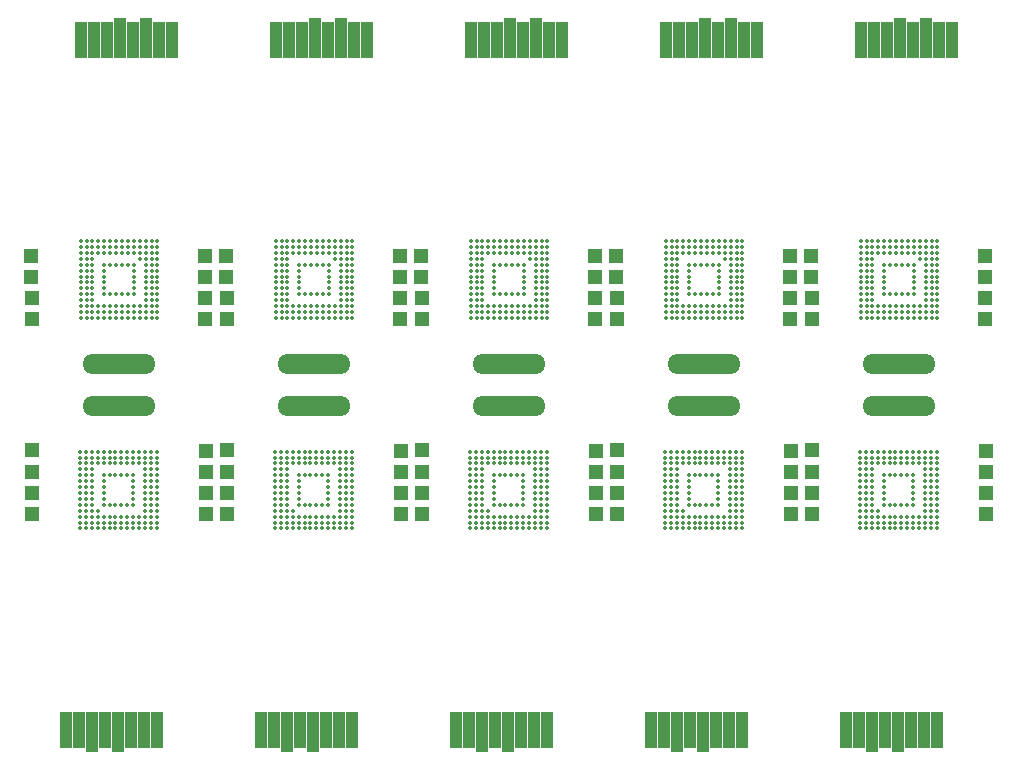
<source format=gts>
G04 Layer_Color=8388736*
%FSLAX44Y44*%
%MOMM*%
G71*
G01*
G75*
%ADD26R,1.2032X1.2032*%
%ADD27R,1.0032X3.1032*%
%ADD28R,1.0032X3.4032*%
%ADD29C,0.3520*%
%ADD30O,6.2032X1.7032*%
D26*
X203972Y425680D02*
D03*
Y443650D02*
D03*
X56522Y461450D02*
D03*
Y479420D02*
D03*
X56702Y443810D02*
D03*
Y425840D02*
D03*
X203972Y479400D02*
D03*
Y461430D02*
D03*
X369072Y425680D02*
D03*
Y443650D02*
D03*
X221622Y461450D02*
D03*
Y479420D02*
D03*
X221802Y443810D02*
D03*
Y425840D02*
D03*
X369072Y479400D02*
D03*
Y461430D02*
D03*
X534172Y425680D02*
D03*
Y443650D02*
D03*
X386722Y461450D02*
D03*
Y479420D02*
D03*
X386902Y443810D02*
D03*
Y425840D02*
D03*
X534172Y479400D02*
D03*
Y461430D02*
D03*
X699272Y425680D02*
D03*
Y443650D02*
D03*
X551822Y461450D02*
D03*
Y479420D02*
D03*
X552002Y443810D02*
D03*
Y425840D02*
D03*
X699272Y479400D02*
D03*
Y461430D02*
D03*
X864372Y425680D02*
D03*
Y443650D02*
D03*
X716922Y461450D02*
D03*
Y479420D02*
D03*
X717102Y443810D02*
D03*
Y425840D02*
D03*
X864372Y479400D02*
D03*
Y461430D02*
D03*
X717472Y314400D02*
D03*
Y296430D02*
D03*
X864922Y278630D02*
D03*
Y260660D02*
D03*
X864742Y296270D02*
D03*
Y314240D02*
D03*
X717472Y260680D02*
D03*
Y278650D02*
D03*
X552372Y314400D02*
D03*
Y296430D02*
D03*
X699822Y278630D02*
D03*
Y260660D02*
D03*
X699642Y296270D02*
D03*
Y314240D02*
D03*
X552372Y260680D02*
D03*
Y278650D02*
D03*
X387272Y314400D02*
D03*
Y296430D02*
D03*
X534722Y278630D02*
D03*
Y260660D02*
D03*
X534542Y296270D02*
D03*
Y314240D02*
D03*
X387272Y260680D02*
D03*
Y278650D02*
D03*
X222172Y314400D02*
D03*
Y296430D02*
D03*
X369622Y278630D02*
D03*
Y260660D02*
D03*
X369442Y296270D02*
D03*
Y314240D02*
D03*
X222172Y260680D02*
D03*
Y278650D02*
D03*
X57072Y314400D02*
D03*
Y296430D02*
D03*
X204522Y278630D02*
D03*
Y260660D02*
D03*
X204342Y296270D02*
D03*
Y314240D02*
D03*
X57072Y260680D02*
D03*
Y278650D02*
D03*
D27*
X98232Y662150D02*
D03*
X109232D02*
D03*
X120232D02*
D03*
X142232D02*
D03*
X164232D02*
D03*
X175232D02*
D03*
X263332D02*
D03*
X274332D02*
D03*
X285332D02*
D03*
X307332D02*
D03*
X329332D02*
D03*
X340332D02*
D03*
X428432D02*
D03*
X439432D02*
D03*
X450432D02*
D03*
X472432D02*
D03*
X494432D02*
D03*
X505432D02*
D03*
X593532D02*
D03*
X604532D02*
D03*
X615532D02*
D03*
X637532D02*
D03*
X659532D02*
D03*
X670532D02*
D03*
X758632D02*
D03*
X769632D02*
D03*
X780632D02*
D03*
X802632D02*
D03*
X824632D02*
D03*
X835632D02*
D03*
X823212Y77930D02*
D03*
X812212D02*
D03*
X801212D02*
D03*
X779212D02*
D03*
X757212D02*
D03*
X746212D02*
D03*
X658112D02*
D03*
X647112D02*
D03*
X636112D02*
D03*
X614112D02*
D03*
X592112D02*
D03*
X581112D02*
D03*
X493012D02*
D03*
X482012D02*
D03*
X471012D02*
D03*
X449012D02*
D03*
X427012D02*
D03*
X416012D02*
D03*
X327912D02*
D03*
X316912D02*
D03*
X305912D02*
D03*
X283912D02*
D03*
X261912D02*
D03*
X250912D02*
D03*
X162812D02*
D03*
X151812D02*
D03*
X140812D02*
D03*
X118812D02*
D03*
X96812D02*
D03*
X85812D02*
D03*
D28*
X131232Y663650D02*
D03*
X153232D02*
D03*
X296332D02*
D03*
X318332D02*
D03*
X461432D02*
D03*
X483432D02*
D03*
X626532D02*
D03*
X648532D02*
D03*
X791632D02*
D03*
X813632D02*
D03*
X790212Y76430D02*
D03*
X768212D02*
D03*
X625112D02*
D03*
X603112D02*
D03*
X460012D02*
D03*
X438012D02*
D03*
X294912D02*
D03*
X272912D02*
D03*
X129812D02*
D03*
X107812D02*
D03*
D29*
X163268Y491694D02*
D03*
Y486694D02*
D03*
Y481694D02*
D03*
Y476694D02*
D03*
Y471694D02*
D03*
Y466694D02*
D03*
Y461694D02*
D03*
Y456694D02*
D03*
Y451694D02*
D03*
Y446694D02*
D03*
Y441694D02*
D03*
Y436694D02*
D03*
Y431694D02*
D03*
Y426694D02*
D03*
X158268Y491694D02*
D03*
Y486694D02*
D03*
Y481694D02*
D03*
Y476694D02*
D03*
Y471694D02*
D03*
Y466694D02*
D03*
Y461694D02*
D03*
Y456694D02*
D03*
Y451694D02*
D03*
Y446694D02*
D03*
Y441694D02*
D03*
Y436694D02*
D03*
Y431694D02*
D03*
Y426694D02*
D03*
X153268Y491694D02*
D03*
Y486694D02*
D03*
Y481694D02*
D03*
Y476694D02*
D03*
Y471694D02*
D03*
Y466694D02*
D03*
Y461694D02*
D03*
Y456694D02*
D03*
Y451694D02*
D03*
Y446694D02*
D03*
Y441694D02*
D03*
Y436694D02*
D03*
Y431694D02*
D03*
Y426694D02*
D03*
X148268Y491694D02*
D03*
Y486694D02*
D03*
Y481694D02*
D03*
Y476694D02*
D03*
Y436694D02*
D03*
Y431694D02*
D03*
Y426694D02*
D03*
X143268Y491694D02*
D03*
Y486694D02*
D03*
Y481694D02*
D03*
Y471694D02*
D03*
Y466694D02*
D03*
Y461694D02*
D03*
Y456694D02*
D03*
Y451694D02*
D03*
Y446694D02*
D03*
Y436694D02*
D03*
Y431694D02*
D03*
Y426694D02*
D03*
X138268Y491694D02*
D03*
Y486694D02*
D03*
Y481694D02*
D03*
Y471694D02*
D03*
Y446694D02*
D03*
Y436694D02*
D03*
Y431694D02*
D03*
Y426694D02*
D03*
X133268Y491694D02*
D03*
Y486694D02*
D03*
Y481694D02*
D03*
Y471694D02*
D03*
Y446694D02*
D03*
Y436694D02*
D03*
Y431694D02*
D03*
Y426694D02*
D03*
X128268Y491694D02*
D03*
Y486694D02*
D03*
Y481694D02*
D03*
Y471694D02*
D03*
Y446694D02*
D03*
Y436694D02*
D03*
Y431694D02*
D03*
Y426694D02*
D03*
X123268Y491694D02*
D03*
Y486694D02*
D03*
Y481694D02*
D03*
Y471694D02*
D03*
Y446694D02*
D03*
Y436694D02*
D03*
Y431694D02*
D03*
Y426694D02*
D03*
X118268Y491694D02*
D03*
Y486694D02*
D03*
Y481694D02*
D03*
Y471694D02*
D03*
Y466694D02*
D03*
Y461694D02*
D03*
Y456694D02*
D03*
Y451694D02*
D03*
Y446694D02*
D03*
Y436694D02*
D03*
Y431694D02*
D03*
Y426694D02*
D03*
X113268Y491694D02*
D03*
Y486694D02*
D03*
Y481694D02*
D03*
Y436694D02*
D03*
Y431694D02*
D03*
Y426694D02*
D03*
X108268Y491694D02*
D03*
Y486694D02*
D03*
Y481694D02*
D03*
Y476694D02*
D03*
Y471694D02*
D03*
Y466694D02*
D03*
Y461694D02*
D03*
Y456694D02*
D03*
Y451694D02*
D03*
Y446694D02*
D03*
Y441694D02*
D03*
Y436694D02*
D03*
Y431694D02*
D03*
Y426694D02*
D03*
X103268Y491694D02*
D03*
Y486694D02*
D03*
Y481694D02*
D03*
Y476694D02*
D03*
Y471694D02*
D03*
Y466694D02*
D03*
Y461694D02*
D03*
Y456694D02*
D03*
Y451694D02*
D03*
Y446694D02*
D03*
Y441694D02*
D03*
Y436694D02*
D03*
Y431694D02*
D03*
Y426694D02*
D03*
X98268Y491694D02*
D03*
Y486694D02*
D03*
Y481694D02*
D03*
Y476694D02*
D03*
Y471694D02*
D03*
Y466694D02*
D03*
Y461694D02*
D03*
Y456694D02*
D03*
Y451694D02*
D03*
Y446694D02*
D03*
Y441694D02*
D03*
Y436694D02*
D03*
Y431694D02*
D03*
Y426694D02*
D03*
X328368Y491694D02*
D03*
Y486694D02*
D03*
Y481694D02*
D03*
Y476694D02*
D03*
Y471694D02*
D03*
Y466694D02*
D03*
Y461694D02*
D03*
Y456694D02*
D03*
Y451694D02*
D03*
Y446694D02*
D03*
Y441694D02*
D03*
Y436694D02*
D03*
Y431694D02*
D03*
Y426694D02*
D03*
X323368Y491694D02*
D03*
Y486694D02*
D03*
Y481694D02*
D03*
Y476694D02*
D03*
Y471694D02*
D03*
Y466694D02*
D03*
Y461694D02*
D03*
Y456694D02*
D03*
Y451694D02*
D03*
Y446694D02*
D03*
Y441694D02*
D03*
Y436694D02*
D03*
Y431694D02*
D03*
Y426694D02*
D03*
X318368Y491694D02*
D03*
Y486694D02*
D03*
Y481694D02*
D03*
Y476694D02*
D03*
Y471694D02*
D03*
Y466694D02*
D03*
Y461694D02*
D03*
Y456694D02*
D03*
Y451694D02*
D03*
Y446694D02*
D03*
Y441694D02*
D03*
Y436694D02*
D03*
Y431694D02*
D03*
Y426694D02*
D03*
X313368Y491694D02*
D03*
Y486694D02*
D03*
Y481694D02*
D03*
Y476694D02*
D03*
Y436694D02*
D03*
Y431694D02*
D03*
Y426694D02*
D03*
X308368Y491694D02*
D03*
Y486694D02*
D03*
Y481694D02*
D03*
Y471694D02*
D03*
Y466694D02*
D03*
Y461694D02*
D03*
Y456694D02*
D03*
Y451694D02*
D03*
Y446694D02*
D03*
Y436694D02*
D03*
Y431694D02*
D03*
Y426694D02*
D03*
X303368Y491694D02*
D03*
Y486694D02*
D03*
Y481694D02*
D03*
Y471694D02*
D03*
Y446694D02*
D03*
Y436694D02*
D03*
Y431694D02*
D03*
Y426694D02*
D03*
X298368Y491694D02*
D03*
Y486694D02*
D03*
Y481694D02*
D03*
Y471694D02*
D03*
Y446694D02*
D03*
Y436694D02*
D03*
Y431694D02*
D03*
Y426694D02*
D03*
X293368Y491694D02*
D03*
Y486694D02*
D03*
Y481694D02*
D03*
Y471694D02*
D03*
Y446694D02*
D03*
Y436694D02*
D03*
Y431694D02*
D03*
Y426694D02*
D03*
X288368Y491694D02*
D03*
Y486694D02*
D03*
Y481694D02*
D03*
Y471694D02*
D03*
Y446694D02*
D03*
Y436694D02*
D03*
Y431694D02*
D03*
Y426694D02*
D03*
X283368Y491694D02*
D03*
Y486694D02*
D03*
Y481694D02*
D03*
Y471694D02*
D03*
Y466694D02*
D03*
Y461694D02*
D03*
Y456694D02*
D03*
Y451694D02*
D03*
Y446694D02*
D03*
Y436694D02*
D03*
Y431694D02*
D03*
Y426694D02*
D03*
X278368Y491694D02*
D03*
Y486694D02*
D03*
Y481694D02*
D03*
Y436694D02*
D03*
Y431694D02*
D03*
Y426694D02*
D03*
X273368Y491694D02*
D03*
Y486694D02*
D03*
Y481694D02*
D03*
Y476694D02*
D03*
Y471694D02*
D03*
Y466694D02*
D03*
Y461694D02*
D03*
Y456694D02*
D03*
Y451694D02*
D03*
Y446694D02*
D03*
Y441694D02*
D03*
Y436694D02*
D03*
Y431694D02*
D03*
Y426694D02*
D03*
X268368Y491694D02*
D03*
Y486694D02*
D03*
Y481694D02*
D03*
Y476694D02*
D03*
Y471694D02*
D03*
Y466694D02*
D03*
Y461694D02*
D03*
Y456694D02*
D03*
Y451694D02*
D03*
Y446694D02*
D03*
Y441694D02*
D03*
Y436694D02*
D03*
Y431694D02*
D03*
Y426694D02*
D03*
X263368Y491694D02*
D03*
Y486694D02*
D03*
Y481694D02*
D03*
Y476694D02*
D03*
Y471694D02*
D03*
Y466694D02*
D03*
Y461694D02*
D03*
Y456694D02*
D03*
Y451694D02*
D03*
Y446694D02*
D03*
Y441694D02*
D03*
Y436694D02*
D03*
Y431694D02*
D03*
Y426694D02*
D03*
X493468Y491694D02*
D03*
Y486694D02*
D03*
Y481694D02*
D03*
Y476694D02*
D03*
Y471694D02*
D03*
Y466694D02*
D03*
Y461694D02*
D03*
Y456694D02*
D03*
Y451694D02*
D03*
Y446694D02*
D03*
Y441694D02*
D03*
Y436694D02*
D03*
Y431694D02*
D03*
Y426694D02*
D03*
X488468Y491694D02*
D03*
Y486694D02*
D03*
Y481694D02*
D03*
Y476694D02*
D03*
Y471694D02*
D03*
Y466694D02*
D03*
Y461694D02*
D03*
Y456694D02*
D03*
Y451694D02*
D03*
Y446694D02*
D03*
Y441694D02*
D03*
Y436694D02*
D03*
Y431694D02*
D03*
Y426694D02*
D03*
X483468Y491694D02*
D03*
Y486694D02*
D03*
Y481694D02*
D03*
Y476694D02*
D03*
Y471694D02*
D03*
Y466694D02*
D03*
Y461694D02*
D03*
Y456694D02*
D03*
Y451694D02*
D03*
Y446694D02*
D03*
Y441694D02*
D03*
Y436694D02*
D03*
Y431694D02*
D03*
Y426694D02*
D03*
X478468Y491694D02*
D03*
Y486694D02*
D03*
Y481694D02*
D03*
Y476694D02*
D03*
Y436694D02*
D03*
Y431694D02*
D03*
Y426694D02*
D03*
X473468Y491694D02*
D03*
Y486694D02*
D03*
Y481694D02*
D03*
Y471694D02*
D03*
Y466694D02*
D03*
Y461694D02*
D03*
Y456694D02*
D03*
Y451694D02*
D03*
Y446694D02*
D03*
Y436694D02*
D03*
Y431694D02*
D03*
Y426694D02*
D03*
X468468Y491694D02*
D03*
Y486694D02*
D03*
Y481694D02*
D03*
Y471694D02*
D03*
Y446694D02*
D03*
Y436694D02*
D03*
Y431694D02*
D03*
Y426694D02*
D03*
X463468Y491694D02*
D03*
Y486694D02*
D03*
Y481694D02*
D03*
Y471694D02*
D03*
Y446694D02*
D03*
Y436694D02*
D03*
Y431694D02*
D03*
Y426694D02*
D03*
X458468Y491694D02*
D03*
Y486694D02*
D03*
Y481694D02*
D03*
Y471694D02*
D03*
Y446694D02*
D03*
Y436694D02*
D03*
Y431694D02*
D03*
Y426694D02*
D03*
X453468Y491694D02*
D03*
Y486694D02*
D03*
Y481694D02*
D03*
Y471694D02*
D03*
Y446694D02*
D03*
Y436694D02*
D03*
Y431694D02*
D03*
Y426694D02*
D03*
X448468Y491694D02*
D03*
Y486694D02*
D03*
Y481694D02*
D03*
Y471694D02*
D03*
Y466694D02*
D03*
Y461694D02*
D03*
Y456694D02*
D03*
Y451694D02*
D03*
Y446694D02*
D03*
Y436694D02*
D03*
Y431694D02*
D03*
Y426694D02*
D03*
X443468Y491694D02*
D03*
Y486694D02*
D03*
Y481694D02*
D03*
Y436694D02*
D03*
Y431694D02*
D03*
Y426694D02*
D03*
X438468Y491694D02*
D03*
Y486694D02*
D03*
Y481694D02*
D03*
Y476694D02*
D03*
Y471694D02*
D03*
Y466694D02*
D03*
Y461694D02*
D03*
Y456694D02*
D03*
Y451694D02*
D03*
Y446694D02*
D03*
Y441694D02*
D03*
Y436694D02*
D03*
Y431694D02*
D03*
Y426694D02*
D03*
X433468Y491694D02*
D03*
Y486694D02*
D03*
Y481694D02*
D03*
Y476694D02*
D03*
Y471694D02*
D03*
Y466694D02*
D03*
Y461694D02*
D03*
Y456694D02*
D03*
Y451694D02*
D03*
Y446694D02*
D03*
Y441694D02*
D03*
Y436694D02*
D03*
Y431694D02*
D03*
Y426694D02*
D03*
X428468Y491694D02*
D03*
Y486694D02*
D03*
Y481694D02*
D03*
Y476694D02*
D03*
Y471694D02*
D03*
Y466694D02*
D03*
Y461694D02*
D03*
Y456694D02*
D03*
Y451694D02*
D03*
Y446694D02*
D03*
Y441694D02*
D03*
Y436694D02*
D03*
Y431694D02*
D03*
Y426694D02*
D03*
X658568Y491694D02*
D03*
Y486694D02*
D03*
Y481694D02*
D03*
Y476694D02*
D03*
Y471694D02*
D03*
Y466694D02*
D03*
Y461694D02*
D03*
Y456694D02*
D03*
Y451694D02*
D03*
Y446694D02*
D03*
Y441694D02*
D03*
Y436694D02*
D03*
Y431694D02*
D03*
Y426694D02*
D03*
X653568Y491694D02*
D03*
Y486694D02*
D03*
Y481694D02*
D03*
Y476694D02*
D03*
Y471694D02*
D03*
Y466694D02*
D03*
Y461694D02*
D03*
Y456694D02*
D03*
Y451694D02*
D03*
Y446694D02*
D03*
Y441694D02*
D03*
Y436694D02*
D03*
Y431694D02*
D03*
Y426694D02*
D03*
X648568Y491694D02*
D03*
Y486694D02*
D03*
Y481694D02*
D03*
Y476694D02*
D03*
Y471694D02*
D03*
Y466694D02*
D03*
Y461694D02*
D03*
Y456694D02*
D03*
Y451694D02*
D03*
Y446694D02*
D03*
Y441694D02*
D03*
Y436694D02*
D03*
Y431694D02*
D03*
Y426694D02*
D03*
X643568Y491694D02*
D03*
Y486694D02*
D03*
Y481694D02*
D03*
Y476694D02*
D03*
Y436694D02*
D03*
Y431694D02*
D03*
Y426694D02*
D03*
X638568Y491694D02*
D03*
Y486694D02*
D03*
Y481694D02*
D03*
Y471694D02*
D03*
Y466694D02*
D03*
Y461694D02*
D03*
Y456694D02*
D03*
Y451694D02*
D03*
Y446694D02*
D03*
Y436694D02*
D03*
Y431694D02*
D03*
Y426694D02*
D03*
X633568Y491694D02*
D03*
Y486694D02*
D03*
Y481694D02*
D03*
Y471694D02*
D03*
Y446694D02*
D03*
Y436694D02*
D03*
Y431694D02*
D03*
Y426694D02*
D03*
X628568Y491694D02*
D03*
Y486694D02*
D03*
Y481694D02*
D03*
Y471694D02*
D03*
Y446694D02*
D03*
Y436694D02*
D03*
Y431694D02*
D03*
Y426694D02*
D03*
X623568Y491694D02*
D03*
Y486694D02*
D03*
Y481694D02*
D03*
Y471694D02*
D03*
Y446694D02*
D03*
Y436694D02*
D03*
Y431694D02*
D03*
Y426694D02*
D03*
X618568Y491694D02*
D03*
Y486694D02*
D03*
Y481694D02*
D03*
Y471694D02*
D03*
Y446694D02*
D03*
Y436694D02*
D03*
Y431694D02*
D03*
Y426694D02*
D03*
X613568Y491694D02*
D03*
Y486694D02*
D03*
Y481694D02*
D03*
Y471694D02*
D03*
Y466694D02*
D03*
Y461694D02*
D03*
Y456694D02*
D03*
Y451694D02*
D03*
Y446694D02*
D03*
Y436694D02*
D03*
Y431694D02*
D03*
Y426694D02*
D03*
X608568Y491694D02*
D03*
Y486694D02*
D03*
Y481694D02*
D03*
Y436694D02*
D03*
Y431694D02*
D03*
Y426694D02*
D03*
X603568Y491694D02*
D03*
Y486694D02*
D03*
Y481694D02*
D03*
Y476694D02*
D03*
Y471694D02*
D03*
Y466694D02*
D03*
Y461694D02*
D03*
Y456694D02*
D03*
Y451694D02*
D03*
Y446694D02*
D03*
Y441694D02*
D03*
Y436694D02*
D03*
Y431694D02*
D03*
Y426694D02*
D03*
X598568Y491694D02*
D03*
Y486694D02*
D03*
Y481694D02*
D03*
Y476694D02*
D03*
Y471694D02*
D03*
Y466694D02*
D03*
Y461694D02*
D03*
Y456694D02*
D03*
Y451694D02*
D03*
Y446694D02*
D03*
Y441694D02*
D03*
Y436694D02*
D03*
Y431694D02*
D03*
Y426694D02*
D03*
X593568Y491694D02*
D03*
Y486694D02*
D03*
Y481694D02*
D03*
Y476694D02*
D03*
Y471694D02*
D03*
Y466694D02*
D03*
Y461694D02*
D03*
Y456694D02*
D03*
Y451694D02*
D03*
Y446694D02*
D03*
Y441694D02*
D03*
Y436694D02*
D03*
Y431694D02*
D03*
Y426694D02*
D03*
X823668Y491694D02*
D03*
Y486694D02*
D03*
Y481694D02*
D03*
Y476694D02*
D03*
Y471694D02*
D03*
Y466694D02*
D03*
Y461694D02*
D03*
Y456694D02*
D03*
Y451694D02*
D03*
Y446694D02*
D03*
Y441694D02*
D03*
Y436694D02*
D03*
Y431694D02*
D03*
Y426694D02*
D03*
X818668Y491694D02*
D03*
Y486694D02*
D03*
Y481694D02*
D03*
Y476694D02*
D03*
Y471694D02*
D03*
Y466694D02*
D03*
Y461694D02*
D03*
Y456694D02*
D03*
Y451694D02*
D03*
Y446694D02*
D03*
Y441694D02*
D03*
Y436694D02*
D03*
Y431694D02*
D03*
Y426694D02*
D03*
X813668Y491694D02*
D03*
Y486694D02*
D03*
Y481694D02*
D03*
Y476694D02*
D03*
Y471694D02*
D03*
Y466694D02*
D03*
Y461694D02*
D03*
Y456694D02*
D03*
Y451694D02*
D03*
Y446694D02*
D03*
Y441694D02*
D03*
Y436694D02*
D03*
Y431694D02*
D03*
Y426694D02*
D03*
X808668Y491694D02*
D03*
Y486694D02*
D03*
Y481694D02*
D03*
Y476694D02*
D03*
Y436694D02*
D03*
Y431694D02*
D03*
Y426694D02*
D03*
X803668Y491694D02*
D03*
Y486694D02*
D03*
Y481694D02*
D03*
Y471694D02*
D03*
Y466694D02*
D03*
Y461694D02*
D03*
Y456694D02*
D03*
Y451694D02*
D03*
Y446694D02*
D03*
Y436694D02*
D03*
Y431694D02*
D03*
Y426694D02*
D03*
X798668Y491694D02*
D03*
Y486694D02*
D03*
Y481694D02*
D03*
Y471694D02*
D03*
Y446694D02*
D03*
Y436694D02*
D03*
Y431694D02*
D03*
Y426694D02*
D03*
X793668Y491694D02*
D03*
Y486694D02*
D03*
Y481694D02*
D03*
Y471694D02*
D03*
Y446694D02*
D03*
Y436694D02*
D03*
Y431694D02*
D03*
Y426694D02*
D03*
X788668Y491694D02*
D03*
Y486694D02*
D03*
Y481694D02*
D03*
Y471694D02*
D03*
Y446694D02*
D03*
Y436694D02*
D03*
Y431694D02*
D03*
Y426694D02*
D03*
X783668Y491694D02*
D03*
Y486694D02*
D03*
Y481694D02*
D03*
Y471694D02*
D03*
Y446694D02*
D03*
Y436694D02*
D03*
Y431694D02*
D03*
Y426694D02*
D03*
X778668Y491694D02*
D03*
Y486694D02*
D03*
Y481694D02*
D03*
Y471694D02*
D03*
Y466694D02*
D03*
Y461694D02*
D03*
Y456694D02*
D03*
Y451694D02*
D03*
Y446694D02*
D03*
Y436694D02*
D03*
Y431694D02*
D03*
Y426694D02*
D03*
X773668Y491694D02*
D03*
Y486694D02*
D03*
Y481694D02*
D03*
Y436694D02*
D03*
Y431694D02*
D03*
Y426694D02*
D03*
X768668Y491694D02*
D03*
Y486694D02*
D03*
Y481694D02*
D03*
Y476694D02*
D03*
Y471694D02*
D03*
Y466694D02*
D03*
Y461694D02*
D03*
Y456694D02*
D03*
Y451694D02*
D03*
Y446694D02*
D03*
Y441694D02*
D03*
Y436694D02*
D03*
Y431694D02*
D03*
Y426694D02*
D03*
X763668Y491694D02*
D03*
Y486694D02*
D03*
Y481694D02*
D03*
Y476694D02*
D03*
Y471694D02*
D03*
Y466694D02*
D03*
Y461694D02*
D03*
Y456694D02*
D03*
Y451694D02*
D03*
Y446694D02*
D03*
Y441694D02*
D03*
Y436694D02*
D03*
Y431694D02*
D03*
Y426694D02*
D03*
X758668Y491694D02*
D03*
Y486694D02*
D03*
Y481694D02*
D03*
Y476694D02*
D03*
Y471694D02*
D03*
Y466694D02*
D03*
Y461694D02*
D03*
Y456694D02*
D03*
Y451694D02*
D03*
Y446694D02*
D03*
Y441694D02*
D03*
Y436694D02*
D03*
Y431694D02*
D03*
Y426694D02*
D03*
X758176Y248386D02*
D03*
Y253386D02*
D03*
Y258386D02*
D03*
Y263386D02*
D03*
Y268386D02*
D03*
Y273386D02*
D03*
Y278386D02*
D03*
Y283386D02*
D03*
Y288386D02*
D03*
Y293386D02*
D03*
Y298386D02*
D03*
Y303386D02*
D03*
Y308386D02*
D03*
Y313386D02*
D03*
X763176Y248386D02*
D03*
Y253386D02*
D03*
Y258386D02*
D03*
Y263386D02*
D03*
Y268386D02*
D03*
Y273386D02*
D03*
Y278386D02*
D03*
Y283386D02*
D03*
Y288386D02*
D03*
Y293386D02*
D03*
Y298386D02*
D03*
Y303386D02*
D03*
Y308386D02*
D03*
Y313386D02*
D03*
X768176Y248386D02*
D03*
Y253386D02*
D03*
Y258386D02*
D03*
Y263386D02*
D03*
Y268386D02*
D03*
Y273386D02*
D03*
Y278386D02*
D03*
Y283386D02*
D03*
Y288386D02*
D03*
Y293386D02*
D03*
Y298386D02*
D03*
Y303386D02*
D03*
Y308386D02*
D03*
Y313386D02*
D03*
X773176Y248386D02*
D03*
Y253386D02*
D03*
Y258386D02*
D03*
Y263386D02*
D03*
Y303386D02*
D03*
Y308386D02*
D03*
Y313386D02*
D03*
X778176Y248386D02*
D03*
Y253386D02*
D03*
Y258386D02*
D03*
Y268386D02*
D03*
Y273386D02*
D03*
Y278386D02*
D03*
Y283386D02*
D03*
Y288386D02*
D03*
Y293386D02*
D03*
Y303386D02*
D03*
Y308386D02*
D03*
Y313386D02*
D03*
X783176Y248386D02*
D03*
Y253386D02*
D03*
Y258386D02*
D03*
Y268386D02*
D03*
Y293386D02*
D03*
Y303386D02*
D03*
Y308386D02*
D03*
Y313386D02*
D03*
X788176Y248386D02*
D03*
Y253386D02*
D03*
Y258386D02*
D03*
Y268386D02*
D03*
Y293386D02*
D03*
Y303386D02*
D03*
Y308386D02*
D03*
Y313386D02*
D03*
X793176Y248386D02*
D03*
Y253386D02*
D03*
Y258386D02*
D03*
Y268386D02*
D03*
Y293386D02*
D03*
Y303386D02*
D03*
Y308386D02*
D03*
Y313386D02*
D03*
X798176Y248386D02*
D03*
Y253386D02*
D03*
Y258386D02*
D03*
Y268386D02*
D03*
Y293386D02*
D03*
Y303386D02*
D03*
Y308386D02*
D03*
Y313386D02*
D03*
X803176Y248386D02*
D03*
Y253386D02*
D03*
Y258386D02*
D03*
Y268386D02*
D03*
Y273386D02*
D03*
Y278386D02*
D03*
Y283386D02*
D03*
Y288386D02*
D03*
Y293386D02*
D03*
Y303386D02*
D03*
Y308386D02*
D03*
Y313386D02*
D03*
X808176Y248386D02*
D03*
Y253386D02*
D03*
Y258386D02*
D03*
Y303386D02*
D03*
Y308386D02*
D03*
Y313386D02*
D03*
X813176Y248386D02*
D03*
Y253386D02*
D03*
Y258386D02*
D03*
Y263386D02*
D03*
Y268386D02*
D03*
Y273386D02*
D03*
Y278386D02*
D03*
Y283386D02*
D03*
Y288386D02*
D03*
Y293386D02*
D03*
Y298386D02*
D03*
Y303386D02*
D03*
Y308386D02*
D03*
Y313386D02*
D03*
X818176Y248386D02*
D03*
Y253386D02*
D03*
Y258386D02*
D03*
Y263386D02*
D03*
Y268386D02*
D03*
Y273386D02*
D03*
Y278386D02*
D03*
Y283386D02*
D03*
Y288386D02*
D03*
Y293386D02*
D03*
Y298386D02*
D03*
Y303386D02*
D03*
Y308386D02*
D03*
Y313386D02*
D03*
X823176Y248386D02*
D03*
Y253386D02*
D03*
Y258386D02*
D03*
Y263386D02*
D03*
Y268386D02*
D03*
Y273386D02*
D03*
Y278386D02*
D03*
Y283386D02*
D03*
Y288386D02*
D03*
Y293386D02*
D03*
Y298386D02*
D03*
Y303386D02*
D03*
Y308386D02*
D03*
Y313386D02*
D03*
X593076Y248386D02*
D03*
Y253386D02*
D03*
Y258386D02*
D03*
Y263386D02*
D03*
Y268386D02*
D03*
Y273386D02*
D03*
Y278386D02*
D03*
Y283386D02*
D03*
Y288386D02*
D03*
Y293386D02*
D03*
Y298386D02*
D03*
Y303386D02*
D03*
Y308386D02*
D03*
Y313386D02*
D03*
X598076Y248386D02*
D03*
Y253386D02*
D03*
Y258386D02*
D03*
Y263386D02*
D03*
Y268386D02*
D03*
Y273386D02*
D03*
Y278386D02*
D03*
Y283386D02*
D03*
Y288386D02*
D03*
Y293386D02*
D03*
Y298386D02*
D03*
Y303386D02*
D03*
Y308386D02*
D03*
Y313386D02*
D03*
X603076Y248386D02*
D03*
Y253386D02*
D03*
Y258386D02*
D03*
Y263386D02*
D03*
Y268386D02*
D03*
Y273386D02*
D03*
Y278386D02*
D03*
Y283386D02*
D03*
Y288386D02*
D03*
Y293386D02*
D03*
Y298386D02*
D03*
Y303386D02*
D03*
Y308386D02*
D03*
Y313386D02*
D03*
X608076Y248386D02*
D03*
Y253386D02*
D03*
Y258386D02*
D03*
Y263386D02*
D03*
Y303386D02*
D03*
Y308386D02*
D03*
Y313386D02*
D03*
X613076Y248386D02*
D03*
Y253386D02*
D03*
Y258386D02*
D03*
Y268386D02*
D03*
Y273386D02*
D03*
Y278386D02*
D03*
Y283386D02*
D03*
Y288386D02*
D03*
Y293386D02*
D03*
Y303386D02*
D03*
Y308386D02*
D03*
Y313386D02*
D03*
X618076Y248386D02*
D03*
Y253386D02*
D03*
Y258386D02*
D03*
Y268386D02*
D03*
Y293386D02*
D03*
Y303386D02*
D03*
Y308386D02*
D03*
Y313386D02*
D03*
X623076Y248386D02*
D03*
Y253386D02*
D03*
Y258386D02*
D03*
Y268386D02*
D03*
Y293386D02*
D03*
Y303386D02*
D03*
Y308386D02*
D03*
Y313386D02*
D03*
X628076Y248386D02*
D03*
Y253386D02*
D03*
Y258386D02*
D03*
Y268386D02*
D03*
Y293386D02*
D03*
Y303386D02*
D03*
Y308386D02*
D03*
Y313386D02*
D03*
X633076Y248386D02*
D03*
Y253386D02*
D03*
Y258386D02*
D03*
Y268386D02*
D03*
Y293386D02*
D03*
Y303386D02*
D03*
Y308386D02*
D03*
Y313386D02*
D03*
X638076Y248386D02*
D03*
Y253386D02*
D03*
Y258386D02*
D03*
Y268386D02*
D03*
Y273386D02*
D03*
Y278386D02*
D03*
Y283386D02*
D03*
Y288386D02*
D03*
Y293386D02*
D03*
Y303386D02*
D03*
Y308386D02*
D03*
Y313386D02*
D03*
X643076Y248386D02*
D03*
Y253386D02*
D03*
Y258386D02*
D03*
Y303386D02*
D03*
Y308386D02*
D03*
Y313386D02*
D03*
X648076Y248386D02*
D03*
Y253386D02*
D03*
Y258386D02*
D03*
Y263386D02*
D03*
Y268386D02*
D03*
Y273386D02*
D03*
Y278386D02*
D03*
Y283386D02*
D03*
Y288386D02*
D03*
Y293386D02*
D03*
Y298386D02*
D03*
Y303386D02*
D03*
Y308386D02*
D03*
Y313386D02*
D03*
X653076Y248386D02*
D03*
Y253386D02*
D03*
Y258386D02*
D03*
Y263386D02*
D03*
Y268386D02*
D03*
Y273386D02*
D03*
Y278386D02*
D03*
Y283386D02*
D03*
Y288386D02*
D03*
Y293386D02*
D03*
Y298386D02*
D03*
Y303386D02*
D03*
Y308386D02*
D03*
Y313386D02*
D03*
X658076Y248386D02*
D03*
Y253386D02*
D03*
Y258386D02*
D03*
Y263386D02*
D03*
Y268386D02*
D03*
Y273386D02*
D03*
Y278386D02*
D03*
Y283386D02*
D03*
Y288386D02*
D03*
Y293386D02*
D03*
Y298386D02*
D03*
Y303386D02*
D03*
Y308386D02*
D03*
Y313386D02*
D03*
X427976Y248386D02*
D03*
Y253386D02*
D03*
Y258386D02*
D03*
Y263386D02*
D03*
Y268386D02*
D03*
Y273386D02*
D03*
Y278386D02*
D03*
Y283386D02*
D03*
Y288386D02*
D03*
Y293386D02*
D03*
Y298386D02*
D03*
Y303386D02*
D03*
Y308386D02*
D03*
Y313386D02*
D03*
X432976Y248386D02*
D03*
Y253386D02*
D03*
Y258386D02*
D03*
Y263386D02*
D03*
Y268386D02*
D03*
Y273386D02*
D03*
Y278386D02*
D03*
Y283386D02*
D03*
Y288386D02*
D03*
Y293386D02*
D03*
Y298386D02*
D03*
Y303386D02*
D03*
Y308386D02*
D03*
Y313386D02*
D03*
X437976Y248386D02*
D03*
Y253386D02*
D03*
Y258386D02*
D03*
Y263386D02*
D03*
Y268386D02*
D03*
Y273386D02*
D03*
Y278386D02*
D03*
Y283386D02*
D03*
Y288386D02*
D03*
Y293386D02*
D03*
Y298386D02*
D03*
Y303386D02*
D03*
Y308386D02*
D03*
Y313386D02*
D03*
X442976Y248386D02*
D03*
Y253386D02*
D03*
Y258386D02*
D03*
Y263386D02*
D03*
Y303386D02*
D03*
Y308386D02*
D03*
Y313386D02*
D03*
X447976Y248386D02*
D03*
Y253386D02*
D03*
Y258386D02*
D03*
Y268386D02*
D03*
Y273386D02*
D03*
Y278386D02*
D03*
Y283386D02*
D03*
Y288386D02*
D03*
Y293386D02*
D03*
Y303386D02*
D03*
Y308386D02*
D03*
Y313386D02*
D03*
X452976Y248386D02*
D03*
Y253386D02*
D03*
Y258386D02*
D03*
Y268386D02*
D03*
Y293386D02*
D03*
Y303386D02*
D03*
Y308386D02*
D03*
Y313386D02*
D03*
X457976Y248386D02*
D03*
Y253386D02*
D03*
Y258386D02*
D03*
Y268386D02*
D03*
Y293386D02*
D03*
Y303386D02*
D03*
Y308386D02*
D03*
Y313386D02*
D03*
X462976Y248386D02*
D03*
Y253386D02*
D03*
Y258386D02*
D03*
Y268386D02*
D03*
Y293386D02*
D03*
Y303386D02*
D03*
Y308386D02*
D03*
Y313386D02*
D03*
X467976Y248386D02*
D03*
Y253386D02*
D03*
Y258386D02*
D03*
Y268386D02*
D03*
Y293386D02*
D03*
Y303386D02*
D03*
Y308386D02*
D03*
Y313386D02*
D03*
X472976Y248386D02*
D03*
Y253386D02*
D03*
Y258386D02*
D03*
Y268386D02*
D03*
Y273386D02*
D03*
Y278386D02*
D03*
Y283386D02*
D03*
Y288386D02*
D03*
Y293386D02*
D03*
Y303386D02*
D03*
Y308386D02*
D03*
Y313386D02*
D03*
X477976Y248386D02*
D03*
Y253386D02*
D03*
Y258386D02*
D03*
Y303386D02*
D03*
Y308386D02*
D03*
Y313386D02*
D03*
X482976Y248386D02*
D03*
Y253386D02*
D03*
Y258386D02*
D03*
Y263386D02*
D03*
Y268386D02*
D03*
Y273386D02*
D03*
Y278386D02*
D03*
Y283386D02*
D03*
Y288386D02*
D03*
Y293386D02*
D03*
Y298386D02*
D03*
Y303386D02*
D03*
Y308386D02*
D03*
Y313386D02*
D03*
X487976Y248386D02*
D03*
Y253386D02*
D03*
Y258386D02*
D03*
Y263386D02*
D03*
Y268386D02*
D03*
Y273386D02*
D03*
Y278386D02*
D03*
Y283386D02*
D03*
Y288386D02*
D03*
Y293386D02*
D03*
Y298386D02*
D03*
Y303386D02*
D03*
Y308386D02*
D03*
Y313386D02*
D03*
X492976Y248386D02*
D03*
Y253386D02*
D03*
Y258386D02*
D03*
Y263386D02*
D03*
Y268386D02*
D03*
Y273386D02*
D03*
Y278386D02*
D03*
Y283386D02*
D03*
Y288386D02*
D03*
Y293386D02*
D03*
Y298386D02*
D03*
Y303386D02*
D03*
Y308386D02*
D03*
Y313386D02*
D03*
X262876Y248386D02*
D03*
Y253386D02*
D03*
Y258386D02*
D03*
Y263386D02*
D03*
Y268386D02*
D03*
Y273386D02*
D03*
Y278386D02*
D03*
Y283386D02*
D03*
Y288386D02*
D03*
Y293386D02*
D03*
Y298386D02*
D03*
Y303386D02*
D03*
Y308386D02*
D03*
Y313386D02*
D03*
X267876Y248386D02*
D03*
Y253386D02*
D03*
Y258386D02*
D03*
Y263386D02*
D03*
Y268386D02*
D03*
Y273386D02*
D03*
Y278386D02*
D03*
Y283386D02*
D03*
Y288386D02*
D03*
Y293386D02*
D03*
Y298386D02*
D03*
Y303386D02*
D03*
Y308386D02*
D03*
Y313386D02*
D03*
X272876Y248386D02*
D03*
Y253386D02*
D03*
Y258386D02*
D03*
Y263386D02*
D03*
Y268386D02*
D03*
Y273386D02*
D03*
Y278386D02*
D03*
Y283386D02*
D03*
Y288386D02*
D03*
Y293386D02*
D03*
Y298386D02*
D03*
Y303386D02*
D03*
Y308386D02*
D03*
Y313386D02*
D03*
X277876Y248386D02*
D03*
Y253386D02*
D03*
Y258386D02*
D03*
Y263386D02*
D03*
Y303386D02*
D03*
Y308386D02*
D03*
Y313386D02*
D03*
X282876Y248386D02*
D03*
Y253386D02*
D03*
Y258386D02*
D03*
Y268386D02*
D03*
Y273386D02*
D03*
Y278386D02*
D03*
Y283386D02*
D03*
Y288386D02*
D03*
Y293386D02*
D03*
Y303386D02*
D03*
Y308386D02*
D03*
Y313386D02*
D03*
X287876Y248386D02*
D03*
Y253386D02*
D03*
Y258386D02*
D03*
Y268386D02*
D03*
Y293386D02*
D03*
Y303386D02*
D03*
Y308386D02*
D03*
Y313386D02*
D03*
X292876Y248386D02*
D03*
Y253386D02*
D03*
Y258386D02*
D03*
Y268386D02*
D03*
Y293386D02*
D03*
Y303386D02*
D03*
Y308386D02*
D03*
Y313386D02*
D03*
X297876Y248386D02*
D03*
Y253386D02*
D03*
Y258386D02*
D03*
Y268386D02*
D03*
Y293386D02*
D03*
Y303386D02*
D03*
Y308386D02*
D03*
Y313386D02*
D03*
X302876Y248386D02*
D03*
Y253386D02*
D03*
Y258386D02*
D03*
Y268386D02*
D03*
Y293386D02*
D03*
Y303386D02*
D03*
Y308386D02*
D03*
Y313386D02*
D03*
X307876Y248386D02*
D03*
Y253386D02*
D03*
Y258386D02*
D03*
Y268386D02*
D03*
Y273386D02*
D03*
Y278386D02*
D03*
Y283386D02*
D03*
Y288386D02*
D03*
Y293386D02*
D03*
Y303386D02*
D03*
Y308386D02*
D03*
Y313386D02*
D03*
X312876Y248386D02*
D03*
Y253386D02*
D03*
Y258386D02*
D03*
Y303386D02*
D03*
Y308386D02*
D03*
Y313386D02*
D03*
X317876Y248386D02*
D03*
Y253386D02*
D03*
Y258386D02*
D03*
Y263386D02*
D03*
Y268386D02*
D03*
Y273386D02*
D03*
Y278386D02*
D03*
Y283386D02*
D03*
Y288386D02*
D03*
Y293386D02*
D03*
Y298386D02*
D03*
Y303386D02*
D03*
Y308386D02*
D03*
Y313386D02*
D03*
X322876Y248386D02*
D03*
Y253386D02*
D03*
Y258386D02*
D03*
Y263386D02*
D03*
Y268386D02*
D03*
Y273386D02*
D03*
Y278386D02*
D03*
Y283386D02*
D03*
Y288386D02*
D03*
Y293386D02*
D03*
Y298386D02*
D03*
Y303386D02*
D03*
Y308386D02*
D03*
Y313386D02*
D03*
X327876Y248386D02*
D03*
Y253386D02*
D03*
Y258386D02*
D03*
Y263386D02*
D03*
Y268386D02*
D03*
Y273386D02*
D03*
Y278386D02*
D03*
Y283386D02*
D03*
Y288386D02*
D03*
Y293386D02*
D03*
Y298386D02*
D03*
Y303386D02*
D03*
Y308386D02*
D03*
Y313386D02*
D03*
X97776Y248386D02*
D03*
Y253386D02*
D03*
Y258386D02*
D03*
Y263386D02*
D03*
Y268386D02*
D03*
Y273386D02*
D03*
Y278386D02*
D03*
Y283386D02*
D03*
Y288386D02*
D03*
Y293386D02*
D03*
Y298386D02*
D03*
Y303386D02*
D03*
Y308386D02*
D03*
Y313386D02*
D03*
X102776Y248386D02*
D03*
Y253386D02*
D03*
Y258386D02*
D03*
Y263386D02*
D03*
Y268386D02*
D03*
Y273386D02*
D03*
Y278386D02*
D03*
Y283386D02*
D03*
Y288386D02*
D03*
Y293386D02*
D03*
Y298386D02*
D03*
Y303386D02*
D03*
Y308386D02*
D03*
Y313386D02*
D03*
X107776Y248386D02*
D03*
Y253386D02*
D03*
Y258386D02*
D03*
Y263386D02*
D03*
Y268386D02*
D03*
Y273386D02*
D03*
Y278386D02*
D03*
Y283386D02*
D03*
Y288386D02*
D03*
Y293386D02*
D03*
Y298386D02*
D03*
Y303386D02*
D03*
Y308386D02*
D03*
Y313386D02*
D03*
X112776Y248386D02*
D03*
Y253386D02*
D03*
Y258386D02*
D03*
Y263386D02*
D03*
Y303386D02*
D03*
Y308386D02*
D03*
Y313386D02*
D03*
X117776Y248386D02*
D03*
Y253386D02*
D03*
Y258386D02*
D03*
Y268386D02*
D03*
Y273386D02*
D03*
Y278386D02*
D03*
Y283386D02*
D03*
Y288386D02*
D03*
Y293386D02*
D03*
Y303386D02*
D03*
Y308386D02*
D03*
Y313386D02*
D03*
X122776Y248386D02*
D03*
Y253386D02*
D03*
Y258386D02*
D03*
Y268386D02*
D03*
Y293386D02*
D03*
Y303386D02*
D03*
Y308386D02*
D03*
Y313386D02*
D03*
X127776Y248386D02*
D03*
Y253386D02*
D03*
Y258386D02*
D03*
Y268386D02*
D03*
Y293386D02*
D03*
Y303386D02*
D03*
Y308386D02*
D03*
Y313386D02*
D03*
X132776Y248386D02*
D03*
Y253386D02*
D03*
Y258386D02*
D03*
Y268386D02*
D03*
Y293386D02*
D03*
Y303386D02*
D03*
Y308386D02*
D03*
Y313386D02*
D03*
X137776Y248386D02*
D03*
Y253386D02*
D03*
Y258386D02*
D03*
Y268386D02*
D03*
Y293386D02*
D03*
Y303386D02*
D03*
Y308386D02*
D03*
Y313386D02*
D03*
X142776Y248386D02*
D03*
Y253386D02*
D03*
Y258386D02*
D03*
Y268386D02*
D03*
Y273386D02*
D03*
Y278386D02*
D03*
Y283386D02*
D03*
Y288386D02*
D03*
Y293386D02*
D03*
Y303386D02*
D03*
Y308386D02*
D03*
Y313386D02*
D03*
X147776Y248386D02*
D03*
Y253386D02*
D03*
Y258386D02*
D03*
Y303386D02*
D03*
Y308386D02*
D03*
Y313386D02*
D03*
X152776Y248386D02*
D03*
Y253386D02*
D03*
Y258386D02*
D03*
Y263386D02*
D03*
Y268386D02*
D03*
Y273386D02*
D03*
Y278386D02*
D03*
Y283386D02*
D03*
Y288386D02*
D03*
Y293386D02*
D03*
Y298386D02*
D03*
Y303386D02*
D03*
Y308386D02*
D03*
Y313386D02*
D03*
X157776Y248386D02*
D03*
Y253386D02*
D03*
Y258386D02*
D03*
Y263386D02*
D03*
Y268386D02*
D03*
Y273386D02*
D03*
Y278386D02*
D03*
Y283386D02*
D03*
Y288386D02*
D03*
Y293386D02*
D03*
Y298386D02*
D03*
Y303386D02*
D03*
Y308386D02*
D03*
Y313386D02*
D03*
X162776Y248386D02*
D03*
Y253386D02*
D03*
Y258386D02*
D03*
Y263386D02*
D03*
Y268386D02*
D03*
Y273386D02*
D03*
Y278386D02*
D03*
Y283386D02*
D03*
Y288386D02*
D03*
Y293386D02*
D03*
Y298386D02*
D03*
Y303386D02*
D03*
Y308386D02*
D03*
Y313386D02*
D03*
D30*
X130522Y388040D02*
D03*
X295622D02*
D03*
X460722D02*
D03*
X625822D02*
D03*
X790922D02*
D03*
Y352040D02*
D03*
X625822D02*
D03*
X460722D02*
D03*
X295622D02*
D03*
X130522D02*
D03*
M02*

</source>
